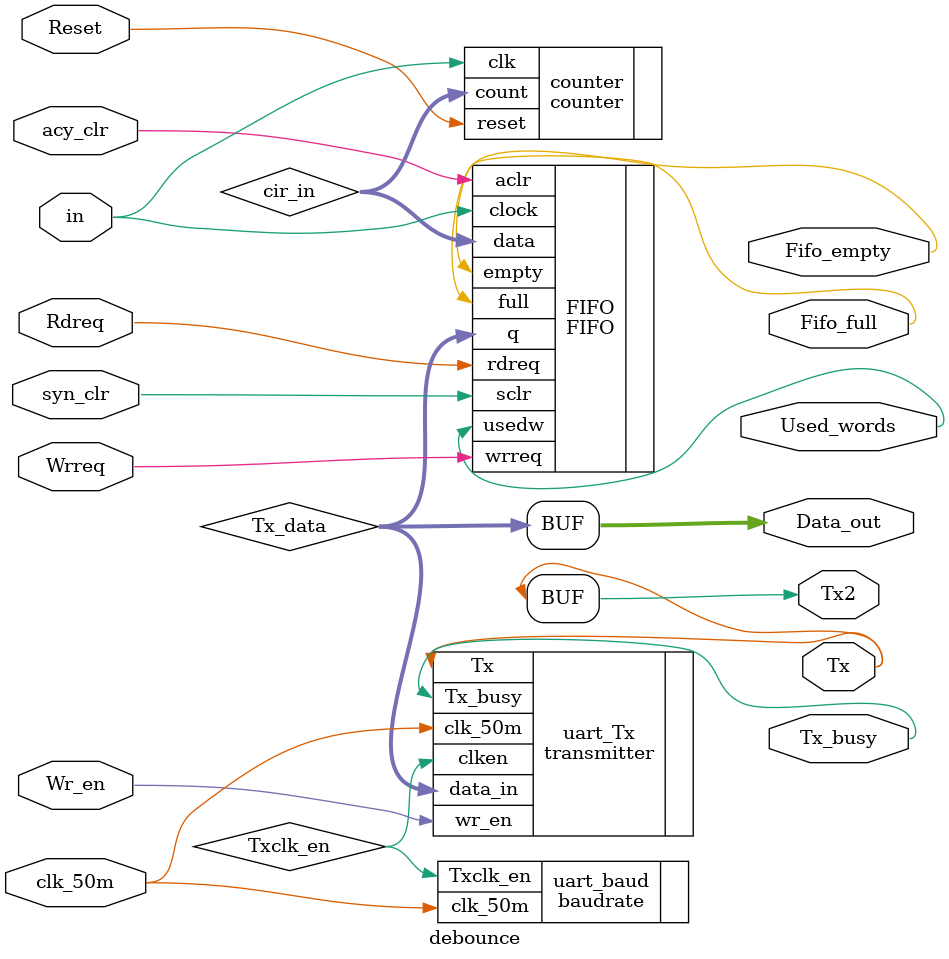
<source format=v>
module debounce(
			   input wire in,
				input wire acy_clr,
				input wire syn_clr,
				input wire clk_50m,
				input wire Rdreq,
				input wire Wrreq,
				input wire Reset,
				input wire Wr_en,
				output wire [7:0] Data_out,
				output wire Used_words,
				output wire Tx,
				output wire Tx_busy,
				output wire Fifo_empty,
				output wire Fifo_full,
				output wire Tx2//output data
				);	
				
assign Tx2 = Tx;
wire Txclk_en; 

wire [7:0] Tx_data;
wire [7:0] cir_in; //circuit data
assign Data_out = Tx_data;


baudrate uart_baud(	.clk_50m(clk_50m),
							.Txclk_en(Txclk_en)
							);

transmitter uart_Tx(	.data_in(Tx_data),
							.wr_en(Wr_en),
							.clk_50m(clk_50m),
							.clken(Txclk_en), //We assign Tx clock to enable clock 
							.Tx(Tx),
							.Tx_busy(Tx_busy)
							);
							
FIFO FIFO ( .clock(in),
				.aclr(acy_clr),
				.sclr(syn_clr),
				.data(cir_in),
				.q(Tx_data),
				.full(Fifo_full),
				.empty(Fifo_empty),
				.rdreq(Rdreq),
				.wrreq(Wrreq),
				.usedw(Used_words)				
				);

counter counter ( .clk(in),
						.reset(Reset),
						.count(cir_in)
						);

endmodule
</source>
